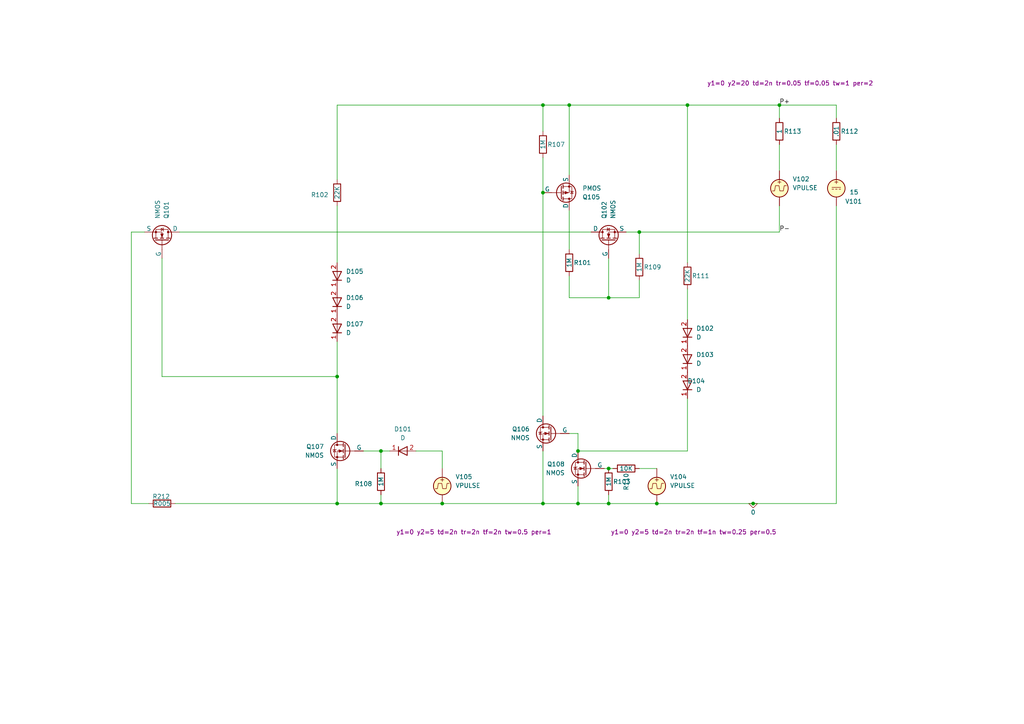
<source format=kicad_sch>
(kicad_sch (version 20250114) (generator "eeschema") (generator_version "9.0")
  (paper "A4")
  (lib_symbols
    (symbol "Device:R" (pin_numbers (hide yes)) (pin_names (offset 0))
      (property "Reference" "R" (at 2.032 0 90))
      (property "Value" "R" (at 0 0 90))
      (symbol "R_0_1"
        (rectangle (start -1.016 -2.54) (end 1.016 2.54) (stroke (width 0.254)))
      )
      (symbol "R_1_1"
        (pin passive line (at 0 3.81 270) (length 1.27) (name "~") (number "1"))
        (pin passive line (at 0 -3.81 90) (length 1.27) (name "~") (number "2"))
      )
    )
    (symbol "Simulation_SPICE:0" (power) (pin_names (offset 0))
      (property "Value" "0" (at 0 -1.778 0))
      (symbol "0_0_1"
        (polyline (pts (xy -1.27 0) (xy 0 -1.27) (xy 1.27 0) (xy -1.27 0)))
      )
      (symbol "0_1_1"
        (pin power_in line (at 0 0 0) (length 0) (hide yes) (name "0") (number "1"))
      )
    )
    (symbol "Simulation_SPICE:D" (pin_names (offset 1.016) (hide yes))
      (property "Reference" "D" (at 0 2.54 0))
      (property "Value" "D" (at 0 -2.54 0))
      (symbol "D_0_1"
        (polyline (pts (xy -1.27 1.27) (xy -1.27 -1.27)) (stroke (width 0.254)))
        (polyline (pts (xy 1.27 1.27) (xy 1.27 -1.27) (xy -1.27 0) (xy 1.27 1.27)) (stroke (width 0.254)))
        (polyline (pts (xy 1.27 0) (xy -1.27 0)))
      )
      (symbol "D_1_1"
        (pin passive line (at -3.81 0 0) (length 2.54) (name "K") (number "1"))
        (pin passive line (at 3.81 0 180) (length 2.54) (name "A") (number "2"))
      )
    )
    (symbol "Simulation_SPICE:NMOS" (pin_numbers (hide yes)) (pin_names (offset 0))
      (property "Reference" "Q" (at 5.08 1.27 0))
      (property "Value" "NMOS" (at 5.08 -1.27 0))
      (symbol "NMOS_0_1"
        (polyline (pts (xy 0.254 1.905) (xy 0.254 -1.905)) (stroke (width 0.254)))
        (polyline (pts (xy 0.254 0) (xy -2.54 0)))
        (polyline (pts (xy 0.762 2.286) (xy 0.762 1.27)) (stroke (width 0.254)))
        (polyline (pts (xy 0.762 0.508) (xy 0.762 -0.508)) (stroke (width 0.254)))
        (polyline (pts (xy 0.762 -1.27) (xy 0.762 -2.286)) (stroke (width 0.254)))
        (polyline (pts (xy 0.762 -1.778) (xy 3.302 -1.778) (xy 3.302 1.778) (xy 0.762 1.778)))
        (polyline (pts (xy 1.016 0) (xy 2.032 0.381) (xy 2.032 -0.381) (xy 1.016 0)) (fill (type outline)))
        (circle (center 1.651 0) (radius 2.794) (stroke (width 0.254)))
        (polyline (pts (xy 2.54 2.54) (xy 2.54 1.778)))
        (circle (center 2.54 1.778) (radius 0.254) (fill (type outline)))
        (circle (center 2.54 -1.778) (radius 0.254) (fill (type outline)))
        (polyline (pts (xy 2.54 -2.54) (xy 2.54 0) (xy 0.762 0)))
        (polyline (pts (xy 2.794 0.508) (xy 2.921 0.381) (xy 3.683 0.381) (xy 3.81 0.254)))
        (polyline (pts (xy 3.302 0.381) (xy 2.921 -0.254) (xy 3.683 -0.254) (xy 3.302 0.381)))
      )
      (symbol "NMOS_1_1"
        (pin input line (at -5.08 0 0) (length 2.54) (name "G") (number "2"))
        (pin passive line (at 2.54 5.08 270) (length 2.54) (name "D") (number "1"))
        (pin passive line (at 2.54 -5.08 90) (length 2.54) (name "S") (number "3"))
      )
    )
    (symbol "Simulation_SPICE:PMOS" (pin_numbers (hide yes)) (pin_names (offset 0))
      (property "Reference" "Q" (at 5.08 1.27 0))
      (property "Value" "PMOS" (at 5.08 -1.27 0))
      (symbol "PMOS_0_1"
        (polyline (pts (xy 0.254 1.905) (xy 0.254 -1.905)) (stroke (width 0.254)))
        (polyline (pts (xy 0.254 0) (xy -2.54 0)))
        (polyline (pts (xy 0.762 2.286) (xy 0.762 1.27)) (stroke (width 0.254)))
        (polyline (pts (xy 0.762 1.778) (xy 3.302 1.778) (xy 3.302 -1.778) (xy 0.762 -1.778)))
        (polyline (pts (xy 0.762 0.508) (xy 0.762 -0.508)) (stroke (width 0.254)))
        (polyline (pts (xy 0.762 -1.27) (xy 0.762 -2.286)) (stroke (width 0.254)))
        (circle (center 1.651 0) (radius 2.794) (stroke (width 0.254)))
        (polyline (pts (xy 2.286 0) (xy 1.27 0.381) (xy 1.27 -0.381) (xy 2.286 0)) (fill (type outline)))
        (polyline (pts (xy 2.54 2.54) (xy 2.54 1.778)))
        (circle (center 2.54 1.778) (radius 0.254) (fill (type outline)))
        (circle (center 2.54 -1.778) (radius 0.254) (fill (type outline)))
        (polyline (pts (xy 2.54 -2.54) (xy 2.54 0) (xy 0.762 0)))
        (polyline (pts (xy 2.794 -0.508) (xy 2.921 -0.381) (xy 3.683 -0.381) (xy 3.81 -0.254)))
        (polyline (pts (xy 3.302 -0.381) (xy 2.921 0.254) (xy 3.683 0.254) (xy 3.302 -0.381)))
      )
      (symbol "PMOS_1_1"
        (pin input line (at -5.08 0 0) (length 2.54) (name "G") (number "2"))
        (pin passive line (at 2.54 5.08 270) (length 2.54) (name "D") (number "1"))
        (pin passive line (at 2.54 -5.08 90) (length 2.54) (name "S") (number "3"))
      )
    )
    (symbol "Simulation_SPICE:VDC" (pin_numbers (hide yes)) (pin_names (offset 0.0254))
      (property "Reference" "V" (at 2.54 2.54 0))
      (property "Value" "1" (at 2.54 0 0))
      (symbol "VDC_0_0"
        (polyline (pts (xy -1.27 0.254) (xy 1.27 0.254)))
        (polyline (pts (xy -0.762 -0.254) (xy -1.27 -0.254)))
        (polyline (pts (xy 0.254 -0.254) (xy -0.254 -0.254)))
        (polyline (pts (xy 1.27 -0.254) (xy 0.762 -0.254)))
        (text "+" (at 0 1.905 0) (effects (font (size 1.27 1.27))))
      )
      (symbol "VDC_0_1"
        (circle (center 0 0) (radius 2.54) (stroke (width 0.254)) (fill (type background)))
      )
      (symbol "VDC_1_1"
        (pin passive line (at 0 5.08 270) (length 2.54) (name "~") (number "1"))
        (pin passive line (at 0 -5.08 90) (length 2.54) (name "~") (number "2"))
      )
    )
    (symbol "Simulation_SPICE:VPULSE" (pin_numbers (hide yes)) (pin_names (offset 0.0254))
      (property "Reference" "V" (at 2.54 2.54 0))
      (property "Value" "VPULSE" (at 2.54 0 0))
      (property "Sim.Params" "y1=0 y2=1 td=2n tr=2n tf=2n tw=50n per=100n" (at 2.54 -2.54 0))
      (symbol "VPULSE_0_0"
        (polyline (pts (xy -2.032 -0.762) (xy -1.397 -0.762) (xy -1.143 0.762) (xy -0.127 0.762) (xy 0.127 -0.762) (xy 1.143 -0.762) (xy 1.397 0.762) (xy 2.032 0.762)))
        (text "+" (at 0 1.905 0) (effects (font (size 1.27 1.27))))
      )
      (symbol "VPULSE_0_1"
        (circle (center 0 0) (radius 2.54) (stroke (width 0.254)) (fill (type background)))
      )
      (symbol "VPULSE_1_1"
        (pin passive line (at 0 5.08 270) (length 2.54) (name "~") (number "1"))
        (pin passive line (at 0 -5.08 90) (length 2.54) (name "~") (number "2"))
      )
    )
  )
  (junction (at 218.44 146.05))
  (junction (at 167.64 130.81))
  (junction (at 157.48 55.88))
  (junction (at 190.5 146.05))
  (junction (at 97.79 109.22))
  (junction (at 176.53 135.89))
  (junction (at 110.49 130.81))
  (junction (at 226.06 30.48))
  (junction (at 157.48 30.48))
  (junction (at 165.1 30.48))
  (junction (at 110.49 146.05))
  (junction (at 176.53 86.36))
  (junction (at 167.64 146.05))
  (junction (at 199.39 30.48))
  (junction (at 97.79 146.05))
  (junction (at 157.48 146.05))
  (junction (at 176.53 146.05))
  (junction (at 185.42 67.31))
  (junction (at 128.27 146.05))
  (wire (pts (xy 52.07 67.31) (xy 171.45 67.31)))
  (wire (pts (xy 97.79 109.22) (xy 97.79 125.73)))
  (wire (pts (xy 242.57 59.69) (xy 242.57 146.05)))
  (wire (pts (xy 226.06 30.48) (xy 226.06 34.29)))
  (wire (pts (xy 165.1 30.48) (xy 165.1 50.8)))
  (wire (pts (xy 157.48 146.05) (xy 167.64 146.05)))
  (wire (pts (xy 199.39 30.48) (xy 226.06 30.48)))
  (wire (pts (xy 110.49 143.51) (xy 110.49 146.05)))
  (wire (pts (xy 176.53 135.89) (xy 177.8 135.89)))
  (wire (pts (xy 226.06 30.48) (xy 242.57 30.48)))
  (wire (pts (xy 167.64 130.81) (xy 199.39 130.81)))
  (wire (pts (xy 105.41 130.81) (xy 110.49 130.81)))
  (wire (pts (xy 97.79 135.89) (xy 97.79 146.05)))
  (wire (pts (xy 199.39 30.48) (xy 199.39 76.2)))
  (wire (pts (xy 157.48 45.72) (xy 157.48 55.88)))
  (wire (pts (xy 226.06 59.69) (xy 226.06 67.31)))
  (wire (pts (xy 110.49 130.81) (xy 110.49 135.89)))
  (wire (pts (xy 242.57 41.91) (xy 242.57 49.53)))
  (wire (pts (xy 128.27 130.81) (xy 128.27 135.89)))
  (wire (pts (xy 181.61 67.31) (xy 185.42 67.31)))
  (wire (pts (xy 176.53 74.93) (xy 176.53 86.36)))
  (wire (pts (xy 167.64 140.97) (xy 167.64 146.05)))
  (wire (pts (xy 199.39 92.71) (xy 199.39 83.82)))
  (wire (pts (xy 46.99 109.22) (xy 97.79 109.22)))
  (wire (pts (xy 226.06 41.91) (xy 226.06 49.53)))
  (wire (pts (xy 165.1 60.96) (xy 165.1 72.39)))
  (wire (pts (xy 97.79 146.05) (xy 110.49 146.05)))
  (wire (pts (xy 165.1 86.36) (xy 176.53 86.36)))
  (wire (pts (xy 185.42 81.28) (xy 185.42 86.36)))
  (wire (pts (xy 175.26 135.89) (xy 176.53 135.89)))
  (wire (pts (xy 38.1 146.05) (xy 43.18 146.05)))
  (wire (pts (xy 157.48 30.48) (xy 157.48 38.1)))
  (wire (pts (xy 185.42 73.66) (xy 185.42 67.31)))
  (wire (pts (xy 110.49 130.81) (xy 113.03 130.81)))
  (wire (pts (xy 128.27 146.05) (xy 157.48 146.05)))
  (wire (pts (xy 97.79 99.06) (xy 97.79 109.22)))
  (wire (pts (xy 38.1 67.31) (xy 41.91 67.31)))
  (wire (pts (xy 46.99 74.93) (xy 46.99 109.22)))
  (wire (pts (xy 157.48 130.81) (xy 157.48 146.05)))
  (wire (pts (xy 165.1 30.48) (xy 199.39 30.48)))
  (wire (pts (xy 176.53 143.51) (xy 176.53 146.05)))
  (wire (pts (xy 218.44 146.05) (xy 242.57 146.05)))
  (wire (pts (xy 38.1 67.31) (xy 38.1 146.05)))
  (wire (pts (xy 167.64 125.73) (xy 167.64 130.81)))
  (wire (pts (xy 110.49 146.05) (xy 128.27 146.05)))
  (wire (pts (xy 190.5 146.05) (xy 218.44 146.05)))
  (wire (pts (xy 199.39 130.81) (xy 199.39 115.57)))
  (wire (pts (xy 157.48 55.88) (xy 157.48 120.65)))
  (wire (pts (xy 242.57 30.48) (xy 242.57 34.29)))
  (wire (pts (xy 97.79 30.48) (xy 157.48 30.48)))
  (wire (pts (xy 176.53 86.36) (xy 185.42 86.36)))
  (wire (pts (xy 50.8 146.05) (xy 97.79 146.05)))
  (wire (pts (xy 185.42 67.31) (xy 226.06 67.31)))
  (wire (pts (xy 120.65 130.81) (xy 128.27 130.81)))
  (wire (pts (xy 97.79 30.48) (xy 97.79 52.07)))
  (wire (pts (xy 176.53 146.05) (xy 190.5 146.05)))
  (wire (pts (xy 97.79 59.69) (xy 97.79 76.2)))
  (wire (pts (xy 165.1 80.01) (xy 165.1 86.36)))
  (wire (pts (xy 185.42 135.89) (xy 190.5 135.89)))
  (wire (pts (xy 157.48 30.48) (xy 165.1 30.48)))
  (wire (pts (xy 167.64 146.05) (xy 176.53 146.05)))
  (wire (pts (xy 165.1 125.73) (xy 167.64 125.73)))
  (label "P-" (at 226.06 67.31 0))
  (label "P+" (at 226.06 30.48 0))
  (symbol (lib_id "Device:R") (at 165.1 76.2 0) (unit 1)
    (property "Reference" "R101" (at 166.37 76.2 0) (effects (justify left)))
    (property "Value" "1M" (at 165.1 76.2 90))
    (property "Footprint" "A_Device:R_0603" (effects (hide yes)))
    (property "LCSC" "C22935" (effects (hide yes)))
  )
  (symbol (lib_id "Device:R") (at 110.49 139.7 0) (unit 1)
    (property "Reference" "R108" (at 102.87 140.335 0) (effects (justify left)))
    (property "Value" "1M" (at 110.49 139.7 90))
    (property "Footprint" "A_Device:R_0603" (effects (hide yes)))
    (property "LCSC" "C22935" (effects (hide yes)))
  )
  (symbol (lib_id "Device:R") (at 199.39 80.01 0) (unit 1)
    (property "Reference" "R111" (at 200.66 80.01 0) (effects (justify left)))
    (property "Value" "22K" (at 199.39 80.01 90))
    (property "Footprint" "A_Device:R_0603" (effects (hide yes)))
    (property "LCSC" "C22935" (effects (hide yes)))
  )
  (symbol (lib_id "Simulation_SPICE:PMOS") (at 162.56 55.88 0) (mirror x) (unit 1)
    (property "Reference" "Q105" (at 168.91 57.1501 0) (effects (justify left)))
    (property "Value" "PMOS" (at 168.91 54.6101 0) (effects (justify left)))
    (property "Datasheet" "https://ngspice.sourceforge.io/docs/ngspice-html-manual/manual.xhtml#cha_MOSFETs" (effects (hide yes)))
    (property "Description" "P-MOSFET transistor, drain/source/gate" (effects (hide yes)))
    (property "Sim.Device" "PMOS" (effects (hide yes)))
    (property "Sim.Type" "VDMOS" (effects (hide yes)))
    (property "Sim.Pins" "1=D 2=G 3=S" (effects (hide yes)))
  )
  (symbol (lib_id "Simulation_SPICE:D") (at 199.39 96.52 90) (unit 1)
    (property "Reference" "D102" (at 201.93 95.2499 90) (effects (justify right)))
    (property "Value" "D" (at 201.93 97.7899 90) (effects (justify right)))
    (property "Datasheet" "https://ngspice.sourceforge.io/docs/ngspice-html-manual/manual.xhtml#cha_DIODEs" (effects (hide yes)))
    (property "Description" "Diode for simulation or PCB" (effects (hide yes)))
    (property "Sim.Device" "D" (effects (hide yes)))
    (property "Sim.Pins" "1=K 2=A" (effects (hide yes)))
    (property "Sim.Params" "rs=50m cjo=10p" (effects (hide yes)))
  )
  (symbol (lib_id "Simulation_SPICE:D") (at 97.79 95.25 90) (unit 1)
    (property "Reference" "D107" (at 100.33 93.9799 90) (effects (justify right)))
    (property "Value" "D" (at 100.33 96.5199 90) (effects (justify right)))
    (property "Datasheet" "https://ngspice.sourceforge.io/docs/ngspice-html-manual/manual.xhtml#cha_DIODEs" (effects (hide yes)))
    (property "Description" "Diode for simulation or PCB" (effects (hide yes)))
    (property "Sim.Device" "D" (effects (hide yes)))
    (property "Sim.Pins" "1=K 2=A" (effects (hide yes)))
    (property "Sim.Params" "rs=50m cjo=10p" (effects (hide yes)))
  )
  (symbol (lib_id "Device:R") (at 46.99 146.05 270) (mirror x) (unit 1)
    (property "Reference" "R212" (at 44.196 144.018 90) (effects (justify left)))
    (property "Value" "R005" (at 46.99 146.05 90))
    (property "Footprint" "Resistor_SMD:R_2512_6332Metric_Pad1.40x3.35mm_HandSolder" (effects (hide yes)))
    (property "LCSC" "C3013385" (effects (hide yes)))
  )
  (symbol (lib_id "Device:R") (at 181.61 135.89 90) (mirror x) (unit 1)
    (property "Reference" "R110" (at 181.61 137.16 0) (effects (justify left)))
    (property "Value" "10K" (at 181.61 135.89 90))
    (property "Footprint" "A_Device:R_0603" (effects (hide yes)))
    (property "LCSC" "C22935" (effects (hide yes)))
  )
  (symbol (lib_id "Simulation_SPICE:D") (at 116.84 130.81 0) (unit 1)
    (property "Reference" "D101" (at 116.84 124.46 0))
    (property "Value" "D" (at 116.84 127 0))
    (property "Datasheet" "https://ngspice.sourceforge.io/docs/ngspice-html-manual/manual.xhtml#cha_DIODEs" (effects (hide yes)))
    (property "Description" "Diode for simulation or PCB" (effects (hide yes)))
    (property "Sim.Device" "D" (effects (hide yes)))
    (property "Sim.Pins" "1=K 2=A" (effects (hide yes)))
    (property "Sim.Params" "rs=50m cjo=10p" (effects (hide yes)))
  )
  (symbol (lib_id "Device:R") (at 97.79 55.88 0) (unit 1)
    (property "Reference" "R102" (at 90.17 56.515 0) (effects (justify left)))
    (property "Value" "22K" (at 97.79 55.88 90))
    (property "Footprint" "A_Device:R_0603" (effects (hide yes)))
    (property "LCSC" "C22935" (effects (hide yes)))
  )
  (symbol (lib_id "Simulation_SPICE:NMOS") (at 100.33 130.81 0) (mirror y) (unit 1)
    (property "Reference" "Q107" (at 93.98 129.5399 0) (effects (justify left)))
    (property "Value" "NMOS" (at 93.98 132.0799 0) (effects (justify left)))
    (property "Datasheet" "https://ngspice.sourceforge.io/docs/ngspice-html-manual/manual.xhtml#cha_MOSFETs" (effects (hide yes)))
    (property "Description" "N-MOSFET transistor, drain/source/gate" (effects (hide yes)))
    (property "Sim.Device" "NMOS" (effects (hide yes)))
    (property "Sim.Type" "VDMOS" (effects (hide yes)))
    (property "Sim.Pins" "1=D 2=G 3=S" (effects (hide yes)))
  )
  (symbol (lib_id "Device:R") (at 226.06 38.1 0) (unit 1)
    (property "Reference" "R113" (at 227.33 38.1 0) (effects (justify left)))
    (property "Value" "1" (at 226.06 38.1 90))
    (property "Footprint" "A_Device:R_0603" (effects (hide yes)))
    (property "LCSC" "C22935" (effects (hide yes)))
  )
  (symbol (lib_id "Simulation_SPICE:D") (at 199.39 111.76 90) (unit 1)
    (property "Reference" "D104" (at 199.39 110.4899 90) (effects (justify right)))
    (property "Value" "D" (at 201.93 113.0299 90) (effects (justify right)))
    (property "Datasheet" "https://ngspice.sourceforge.io/docs/ngspice-html-manual/manual.xhtml#cha_DIODEs" (effects (hide yes)))
    (property "Description" "Diode for simulation or PCB" (effects (hide yes)))
    (property "Sim.Device" "D" (effects (hide yes)))
    (property "Sim.Pins" "1=K 2=A" (effects (hide yes)))
    (property "Sim.Params" "rs=50m cjo=10p" (effects (hide yes)))
  )
  (symbol (lib_id "Simulation_SPICE:VPULSE") (at 128.27 140.97 0) (unit 1)
    (property "Reference" "V105" (at 132.08 138.3001 0) (effects (justify left)))
    (property "Value" "VPULSE" (at 132.08 140.8401 0) (effects (justify left)))
    (property "Datasheet" "https://ngspice.sourceforge.io/docs/ngspice-html-manual/manual.xhtml#sec_Independent_Sources_for" (effects (hide yes)))
    (property "Description" "Voltage source, pulse" (effects (hide yes)))
    (property "Sim.Pins" "1=+ 2=-" (effects (hide yes)))
    (property "Sim.Type" "PULSE" (effects (hide yes)))
    (property "Sim.Device" "V" (effects (hide yes)))
    (property "Sim.Params" "y1=0 y2=5 td=2n tr=2n tf=2n tw=0.5 per=1" (at 114.935 154.305 0) (effects (justify left)))
  )
  (symbol (lib_id "Simulation_SPICE:NMOS") (at 176.53 69.85 90) (unit 1)
    (property "Reference" "Q102" (at 175.2599 63.5 0) (effects (justify left)))
    (property "Value" "NMOS" (at 177.7999 63.5 0) (effects (justify left)))
    (property "Datasheet" "https://ngspice.sourceforge.io/docs/ngspice-html-manual/manual.xhtml#cha_MOSFETs" (effects (hide yes)))
    (property "Description" "N-MOSFET transistor, drain/source/gate" (effects (hide yes)))
    (property "Sim.Device" "NMOS" (effects (hide yes)))
    (property "Sim.Type" "VDMOS" (effects (hide yes)))
    (property "Sim.Pins" "1=D 2=G 3=S" (effects (hide yes)))
  )
  (symbol (lib_id "Simulation_SPICE:NMOS") (at 170.18 135.89 0) (mirror y) (unit 1)
    (property "Reference" "Q108" (at 163.83 134.6199 0) (effects (justify left)))
    (property "Value" "NMOS" (at 163.83 137.1599 0) (effects (justify left)))
    (property "Datasheet" "https://ngspice.sourceforge.io/docs/ngspice-html-manual/manual.xhtml#cha_MOSFETs" (effects (hide yes)))
    (property "Description" "N-MOSFET transistor, drain/source/gate" (effects (hide yes)))
    (property "Sim.Device" "NMOS" (effects (hide yes)))
    (property "Sim.Type" "VDMOS" (effects (hide yes)))
    (property "Sim.Pins" "1=D 2=G 3=S" (effects (hide yes)))
  )
  (symbol (lib_id "Simulation_SPICE:VPULSE") (at 226.06 54.61 0) (unit 1)
    (property "Reference" "V102" (at 229.87 51.9401 0) (effects (justify left)))
    (property "Value" "VPULSE" (at 229.87 54.4801 0) (effects (justify left)))
    (property "Datasheet" "https://ngspice.sourceforge.io/docs/ngspice-html-manual/manual.xhtml#sec_Independent_Sources_for" (effects (hide yes)))
    (property "Description" "Voltage source, pulse" (effects (hide yes)))
    (property "Sim.Pins" "1=+ 2=-" (effects (hide yes)))
    (property "Sim.Type" "PULSE" (effects (hide yes)))
    (property "Sim.Device" "V" (effects (hide yes)))
    (property "Sim.Params" "y1=0 y2=20 td=2n tr=0.05 tf=0.05 tw=1 per=2" (at 205.105 24.13 0) (effects (justify left)))
  )
  (symbol (lib_id "Simulation_SPICE:0") (at 218.44 146.05 0) (unit 1)
    (property "Reference" "#GND0101" (effects (hide yes)))
    (property "Value" "0" (at 218.44 148.59 0))
  )
  (symbol (lib_id "Device:R") (at 176.53 139.7 0) (unit 1)
    (property "Reference" "R103" (at 177.8 139.7 0) (effects (justify left)))
    (property "Value" "1M" (at 176.53 139.7 90))
    (property "Footprint" "A_Device:R_0603" (effects (hide yes)))
    (property "LCSC" "C22935" (effects (hide yes)))
  )
  (symbol (lib_id "Simulation_SPICE:VDC") (at 242.57 54.61 0) (unit 1)
    (property "Reference" "V101" (at 245.11 58.42 0) (effects (justify left)))
    (property "Value" "15" (at 246.38 55.7501 0) (effects (justify left)))
    (property "Datasheet" "https://ngspice.sourceforge.io/docs/ngspice-html-manual/manual.xhtml#sec_Independent_Sources_for" (effects (hide yes)))
    (property "Description" "Voltage source, DC" (effects (hide yes)))
    (property "Sim.Pins" "1=+ 2=-" (effects (hide yes)))
    (property "Sim.Type" "DC" (effects (hide yes)))
    (property "Sim.Device" "V" (effects (hide yes)))
  )
  (symbol (lib_id "Simulation_SPICE:NMOS") (at 46.99 69.85 270) (mirror x) (unit 1)
    (property "Reference" "Q101" (at 48.2601 63.5 0) (effects (justify left)))
    (property "Value" "NMOS" (at 45.7201 63.5 0) (effects (justify left)))
    (property "Datasheet" "https://ngspice.sourceforge.io/docs/ngspice-html-manual/manual.xhtml#cha_MOSFETs" (effects (hide yes)))
    (property "Description" "N-MOSFET transistor, drain/source/gate" (effects (hide yes)))
    (property "Sim.Device" "NMOS" (effects (hide yes)))
    (property "Sim.Type" "VDMOS" (effects (hide yes)))
    (property "Sim.Pins" "1=D 2=G 3=S" (effects (hide yes)))
  )
  (symbol (lib_id "Simulation_SPICE:VPULSE") (at 190.5 140.97 0) (unit 1)
    (property "Reference" "V104" (at 194.31 138.3001 0) (effects (justify left)))
    (property "Value" "VPULSE" (at 194.31 140.8401 0) (effects (justify left)))
    (property "Datasheet" "https://ngspice.sourceforge.io/docs/ngspice-html-manual/manual.xhtml#sec_Independent_Sources_for" (effects (hide yes)))
    (property "Description" "Voltage source, pulse" (effects (hide yes)))
    (property "Sim.Pins" "1=+ 2=-" (effects (hide yes)))
    (property "Sim.Type" "PULSE" (effects (hide yes)))
    (property "Sim.Device" "V" (effects (hide yes)))
    (property "Sim.Params" "y1=0 y2=5 td=2n tr=2n tf=1n tw=0.25 per=0.5" (at 177.165 154.305 0) (effects (justify left)))
  )
  (symbol (lib_id "Simulation_SPICE:D") (at 97.79 87.63 90) (unit 1)
    (property "Reference" "D106" (at 100.33 86.3599 90) (effects (justify right)))
    (property "Value" "D" (at 100.33 88.8999 90) (effects (justify right)))
    (property "Datasheet" "https://ngspice.sourceforge.io/docs/ngspice-html-manual/manual.xhtml#cha_DIODEs" (effects (hide yes)))
    (property "Description" "Diode for simulation or PCB" (effects (hide yes)))
    (property "Sim.Device" "D" (effects (hide yes)))
    (property "Sim.Pins" "1=K 2=A" (effects (hide yes)))
    (property "Sim.Params" "rs=50m cjo=10p" (effects (hide yes)))
  )
  (symbol (lib_id "Simulation_SPICE:D") (at 97.79 80.01 90) (unit 1)
    (property "Reference" "D105" (at 100.33 78.7399 90) (effects (justify right)))
    (property "Value" "D" (at 100.33 81.2799 90) (effects (justify right)))
    (property "Datasheet" "https://ngspice.sourceforge.io/docs/ngspice-html-manual/manual.xhtml#cha_DIODEs" (effects (hide yes)))
    (property "Description" "Diode for simulation or PCB" (effects (hide yes)))
    (property "Sim.Device" "D" (effects (hide yes)))
    (property "Sim.Pins" "1=K 2=A" (effects (hide yes)))
    (property "Sim.Params" "rs=50m cjo=10p" (effects (hide yes)))
  )
  (symbol (lib_id "Device:R") (at 242.57 38.1 0) (unit 1)
    (property "Reference" "R112" (at 243.84 38.1 0) (effects (justify left)))
    (property "Value" ".01" (at 242.57 38.1 90))
    (property "Footprint" "A_Device:R_0603" (effects (hide yes)))
    (property "LCSC" "C22935" (effects (hide yes)))
  )
  (symbol (lib_id "Device:R") (at 185.42 77.47 0) (unit 1)
    (property "Reference" "R109" (at 186.69 77.47 0) (effects (justify left)))
    (property "Value" "1M" (at 185.42 77.47 90))
    (property "Footprint" "A_Device:R_0603" (effects (hide yes)))
    (property "LCSC" "C22935" (effects (hide yes)))
  )
  (symbol (lib_id "Simulation_SPICE:NMOS") (at 160.02 125.73 0) (mirror y) (unit 1)
    (property "Reference" "Q106" (at 153.67 124.4599 0) (effects (justify left)))
    (property "Value" "NMOS" (at 153.67 126.9999 0) (effects (justify left)))
    (property "Datasheet" "https://ngspice.sourceforge.io/docs/ngspice-html-manual/manual.xhtml#cha_MOSFETs" (effects (hide yes)))
    (property "Description" "N-MOSFET transistor, drain/source/gate" (effects (hide yes)))
    (property "Sim.Device" "NMOS" (effects (hide yes)))
    (property "Sim.Type" "VDMOS" (effects (hide yes)))
    (property "Sim.Pins" "1=D 2=G 3=S" (effects (hide yes)))
  )
  (symbol (lib_id "Simulation_SPICE:D") (at 199.39 104.14 90) (unit 1)
    (property "Reference" "D103" (at 201.93 102.8699 90) (effects (justify right)))
    (property "Value" "D" (at 201.93 105.4099 90) (effects (justify right)))
    (property "Datasheet" "https://ngspice.sourceforge.io/docs/ngspice-html-manual/manual.xhtml#cha_DIODEs" (effects (hide yes)))
    (property "Description" "Diode for simulation or PCB" (effects (hide yes)))
    (property "Sim.Device" "D" (effects (hide yes)))
    (property "Sim.Pins" "1=K 2=A" (effects (hide yes)))
    (property "Sim.Params" "rs=50m cjo=10p" (effects (hide yes)))
  )
  (symbol (lib_id "Device:R") (at 157.48 41.91 0) (unit 1)
    (property "Reference" "R107" (at 158.75 41.91 0) (effects (justify left)))
    (property "Value" "1M" (at 157.48 41.91 90))
    (property "Footprint" "A_Device:R_0603" (effects (hide yes)))
    (property "LCSC" "C22935" (effects (hide yes)))
  )
)
</source>
